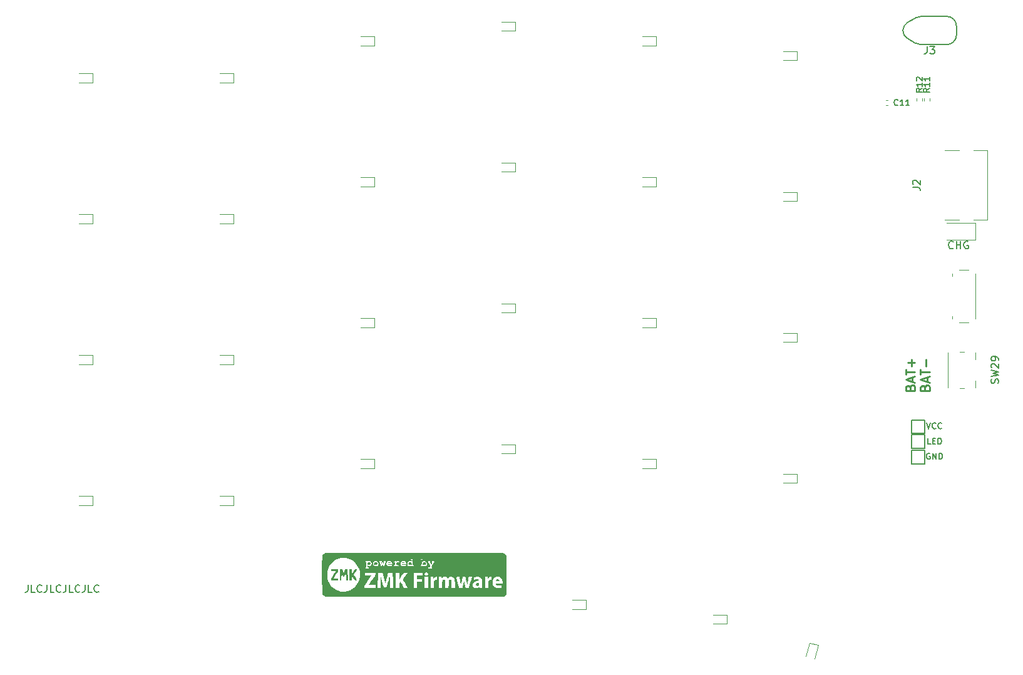
<source format=gbr>
%TF.GenerationSoftware,KiCad,Pcbnew,(6.0.4)*%
%TF.CreationDate,2022-07-10T04:39:50-07:00*%
%TF.ProjectId,Conejo,436f6e65-6a6f-42e6-9b69-6361645f7063,v1.0.0*%
%TF.SameCoordinates,Original*%
%TF.FileFunction,Legend,Top*%
%TF.FilePolarity,Positive*%
%FSLAX46Y46*%
G04 Gerber Fmt 4.6, Leading zero omitted, Abs format (unit mm)*
G04 Created by KiCad (PCBNEW (6.0.4)) date 2022-07-10 04:39:50*
%MOMM*%
%LPD*%
G01*
G04 APERTURE LIST*
%ADD10C,0.200000*%
%ADD11C,0.150000*%
%ADD12C,0.250000*%
%ADD13C,0.120000*%
G04 APERTURE END LIST*
D10*
X-7621190Y-66527380D02*
X-7621190Y-67241666D01*
X-7668809Y-67384523D01*
X-7764047Y-67479761D01*
X-7906904Y-67527380D01*
X-8002142Y-67527380D01*
X-6668809Y-67527380D02*
X-7145000Y-67527380D01*
X-7145000Y-66527380D01*
X-5764047Y-67432142D02*
X-5811666Y-67479761D01*
X-5954523Y-67527380D01*
X-6049761Y-67527380D01*
X-6192619Y-67479761D01*
X-6287857Y-67384523D01*
X-6335476Y-67289285D01*
X-6383095Y-67098809D01*
X-6383095Y-66955952D01*
X-6335476Y-66765476D01*
X-6287857Y-66670238D01*
X-6192619Y-66575000D01*
X-6049761Y-66527380D01*
X-5954523Y-66527380D01*
X-5811666Y-66575000D01*
X-5764047Y-66622619D01*
X-5049761Y-66527380D02*
X-5049761Y-67241666D01*
X-5097380Y-67384523D01*
X-5192619Y-67479761D01*
X-5335476Y-67527380D01*
X-5430714Y-67527380D01*
X-4097380Y-67527380D02*
X-4573571Y-67527380D01*
X-4573571Y-66527380D01*
X-3192619Y-67432142D02*
X-3240238Y-67479761D01*
X-3383095Y-67527380D01*
X-3478333Y-67527380D01*
X-3621190Y-67479761D01*
X-3716428Y-67384523D01*
X-3764047Y-67289285D01*
X-3811666Y-67098809D01*
X-3811666Y-66955952D01*
X-3764047Y-66765476D01*
X-3716428Y-66670238D01*
X-3621190Y-66575000D01*
X-3478333Y-66527380D01*
X-3383095Y-66527380D01*
X-3240238Y-66575000D01*
X-3192619Y-66622619D01*
X-2478333Y-66527380D02*
X-2478333Y-67241666D01*
X-2525952Y-67384523D01*
X-2621190Y-67479761D01*
X-2764047Y-67527380D01*
X-2859285Y-67527380D01*
X-1525952Y-67527380D02*
X-2002142Y-67527380D01*
X-2002142Y-66527380D01*
X-621190Y-67432142D02*
X-668809Y-67479761D01*
X-811666Y-67527380D01*
X-906904Y-67527380D01*
X-1049761Y-67479761D01*
X-1145000Y-67384523D01*
X-1192619Y-67289285D01*
X-1240238Y-67098809D01*
X-1240238Y-66955952D01*
X-1192619Y-66765476D01*
X-1145000Y-66670238D01*
X-1049761Y-66575000D01*
X-906904Y-66527380D01*
X-811666Y-66527380D01*
X-668809Y-66575000D01*
X-621190Y-66622619D01*
X93095Y-66527380D02*
X93095Y-67241666D01*
X45476Y-67384523D01*
X-49761Y-67479761D01*
X-192619Y-67527380D01*
X-287857Y-67527380D01*
X1045476Y-67527380D02*
X569285Y-67527380D01*
X569285Y-66527380D01*
X1950238Y-67432142D02*
X1902619Y-67479761D01*
X1759761Y-67527380D01*
X1664523Y-67527380D01*
X1521666Y-67479761D01*
X1426428Y-67384523D01*
X1378809Y-67289285D01*
X1331190Y-67098809D01*
X1331190Y-66955952D01*
X1378809Y-66765476D01*
X1426428Y-66670238D01*
X1521666Y-66575000D01*
X1664523Y-66527380D01*
X1759761Y-66527380D01*
X1902619Y-66575000D01*
X1950238Y-66622619D01*
D11*
%TO.C,R12*%
X113311904Y585714D02*
X112930952Y319047D01*
X113311904Y128571D02*
X112511904Y128571D01*
X112511904Y433333D01*
X112550000Y509523D01*
X112588095Y547619D01*
X112664285Y585714D01*
X112778571Y585714D01*
X112854761Y547619D01*
X112892857Y509523D01*
X112930952Y433333D01*
X112930952Y128571D01*
X113311904Y1347619D02*
X113311904Y890476D01*
X113311904Y1119047D02*
X112511904Y1119047D01*
X112626190Y1042857D01*
X112702380Y966666D01*
X112740476Y890476D01*
X112588095Y1652380D02*
X112550000Y1690476D01*
X112511904Y1766666D01*
X112511904Y1957142D01*
X112550000Y2033333D01*
X112588095Y2071428D01*
X112664285Y2109523D01*
X112740476Y2109523D01*
X112854761Y2071428D01*
X113311904Y1614285D01*
X113311904Y2109523D01*
%TO.C,SW29*%
X123579761Y-39284523D02*
X123627380Y-39141666D01*
X123627380Y-38903571D01*
X123579761Y-38808333D01*
X123532142Y-38760714D01*
X123436904Y-38713095D01*
X123341666Y-38713095D01*
X123246428Y-38760714D01*
X123198809Y-38808333D01*
X123151190Y-38903571D01*
X123103571Y-39094047D01*
X123055952Y-39189285D01*
X123008333Y-39236904D01*
X122913095Y-39284523D01*
X122817857Y-39284523D01*
X122722619Y-39236904D01*
X122675000Y-39189285D01*
X122627380Y-39094047D01*
X122627380Y-38855952D01*
X122675000Y-38713095D01*
X122627380Y-38379761D02*
X123627380Y-38141666D01*
X122913095Y-37951190D01*
X123627380Y-37760714D01*
X122627380Y-37522619D01*
X122722619Y-37189285D02*
X122675000Y-37141666D01*
X122627380Y-37046428D01*
X122627380Y-36808333D01*
X122675000Y-36713095D01*
X122722619Y-36665476D01*
X122817857Y-36617857D01*
X122913095Y-36617857D01*
X123055952Y-36665476D01*
X123627380Y-37236904D01*
X123627380Y-36617857D01*
X123627380Y-36141666D02*
X123627380Y-35951190D01*
X123579761Y-35855952D01*
X123532142Y-35808333D01*
X123389285Y-35713095D01*
X123198809Y-35665476D01*
X122817857Y-35665476D01*
X122722619Y-35713095D01*
X122675000Y-35760714D01*
X122627380Y-35855952D01*
X122627380Y-36046428D01*
X122675000Y-36141666D01*
X122722619Y-36189285D01*
X122817857Y-36236904D01*
X123055952Y-36236904D01*
X123151190Y-36189285D01*
X123198809Y-36141666D01*
X123246428Y-36046428D01*
X123246428Y-35855952D01*
X123198809Y-35760714D01*
X123151190Y-35713095D01*
X123055952Y-35665476D01*
%TO.C,C11*%
X110040714Y-1635714D02*
X110002619Y-1673809D01*
X109888333Y-1711904D01*
X109812142Y-1711904D01*
X109697857Y-1673809D01*
X109621666Y-1597619D01*
X109583571Y-1521428D01*
X109545476Y-1369047D01*
X109545476Y-1254761D01*
X109583571Y-1102380D01*
X109621666Y-1026190D01*
X109697857Y-950000D01*
X109812142Y-911904D01*
X109888333Y-911904D01*
X110002619Y-950000D01*
X110040714Y-988095D01*
X110802619Y-1711904D02*
X110345476Y-1711904D01*
X110574047Y-1711904D02*
X110574047Y-911904D01*
X110497857Y-1026190D01*
X110421666Y-1102380D01*
X110345476Y-1140476D01*
X111564523Y-1711904D02*
X111107380Y-1711904D01*
X111335952Y-1711904D02*
X111335952Y-911904D01*
X111259761Y-1026190D01*
X111183571Y-1102380D01*
X111107380Y-1140476D01*
%TO.C,R11*%
X114311904Y585714D02*
X113930952Y319047D01*
X114311904Y128571D02*
X113511904Y128571D01*
X113511904Y433333D01*
X113550000Y509523D01*
X113588095Y547619D01*
X113664285Y585714D01*
X113778571Y585714D01*
X113854761Y547619D01*
X113892857Y509523D01*
X113930952Y433333D01*
X113930952Y128571D01*
X114311904Y1347619D02*
X114311904Y890476D01*
X114311904Y1119047D02*
X113511904Y1119047D01*
X113626190Y1042857D01*
X113702380Y966666D01*
X113740476Y890476D01*
X114311904Y2109523D02*
X114311904Y1652380D01*
X114311904Y1880952D02*
X113511904Y1880952D01*
X113626190Y1804761D01*
X113702380Y1728571D01*
X113740476Y1652380D01*
%TO.C,J2*%
X112032380Y-12808333D02*
X112746666Y-12808333D01*
X112889523Y-12855952D01*
X112984761Y-12951190D01*
X113032380Y-13094047D01*
X113032380Y-13189285D01*
X112127619Y-12379761D02*
X112080000Y-12332142D01*
X112032380Y-12236904D01*
X112032380Y-11998809D01*
X112080000Y-11903571D01*
X112127619Y-11855952D01*
X112222857Y-11808333D01*
X112318095Y-11808333D01*
X112460952Y-11855952D01*
X113032380Y-12427380D01*
X113032380Y-11808333D01*
%TO.C,D1*%
X117510714Y-20982142D02*
X117463095Y-21029761D01*
X117320238Y-21077380D01*
X117225000Y-21077380D01*
X117082142Y-21029761D01*
X116986904Y-20934523D01*
X116939285Y-20839285D01*
X116891666Y-20648809D01*
X116891666Y-20505952D01*
X116939285Y-20315476D01*
X116986904Y-20220238D01*
X117082142Y-20125000D01*
X117225000Y-20077380D01*
X117320238Y-20077380D01*
X117463095Y-20125000D01*
X117510714Y-20172619D01*
X117939285Y-21077380D02*
X117939285Y-20077380D01*
X117939285Y-20553571D02*
X118510714Y-20553571D01*
X118510714Y-21077380D02*
X118510714Y-20077380D01*
X119510714Y-20125000D02*
X119415476Y-20077380D01*
X119272619Y-20077380D01*
X119129761Y-20125000D01*
X119034523Y-20220238D01*
X118986904Y-20315476D01*
X118939285Y-20505952D01*
X118939285Y-20648809D01*
X118986904Y-20839285D01*
X119034523Y-20934523D01*
X119129761Y-21029761D01*
X119272619Y-21077380D01*
X119367857Y-21077380D01*
X119510714Y-21029761D01*
X119558333Y-20982142D01*
X119558333Y-20648809D01*
X119367857Y-20648809D01*
%TO.C,J3*%
X113991666Y6272619D02*
X113991666Y5558333D01*
X113944047Y5415476D01*
X113848809Y5320238D01*
X113705952Y5272619D01*
X113610714Y5272619D01*
X114372619Y6272619D02*
X114991666Y6272619D01*
X114658333Y5891666D01*
X114801190Y5891666D01*
X114896428Y5844047D01*
X114944047Y5796428D01*
X114991666Y5701190D01*
X114991666Y5463095D01*
X114944047Y5367857D01*
X114896428Y5320238D01*
X114801190Y5272619D01*
X114515476Y5272619D01*
X114420238Y5320238D01*
X114372619Y5367857D01*
%TO.C,J4*%
X114460714Y-47511904D02*
X114079761Y-47511904D01*
X114079761Y-46711904D01*
X114727380Y-47092857D02*
X114994047Y-47092857D01*
X115108333Y-47511904D02*
X114727380Y-47511904D01*
X114727380Y-46711904D01*
X115108333Y-46711904D01*
X115451190Y-47511904D02*
X115451190Y-46711904D01*
X115641666Y-46711904D01*
X115755952Y-46750000D01*
X115832142Y-46826190D01*
X115870238Y-46902380D01*
X115908333Y-47054761D01*
X115908333Y-47169047D01*
X115870238Y-47321428D01*
X115832142Y-47397619D01*
X115755952Y-47473809D01*
X115641666Y-47511904D01*
X115451190Y-47511904D01*
X113908333Y-44611904D02*
X114175000Y-45411904D01*
X114441666Y-44611904D01*
X115165476Y-45335714D02*
X115127380Y-45373809D01*
X115013095Y-45411904D01*
X114936904Y-45411904D01*
X114822619Y-45373809D01*
X114746428Y-45297619D01*
X114708333Y-45221428D01*
X114670238Y-45069047D01*
X114670238Y-44954761D01*
X114708333Y-44802380D01*
X114746428Y-44726190D01*
X114822619Y-44650000D01*
X114936904Y-44611904D01*
X115013095Y-44611904D01*
X115127380Y-44650000D01*
X115165476Y-44688095D01*
X115965476Y-45335714D02*
X115927380Y-45373809D01*
X115813095Y-45411904D01*
X115736904Y-45411904D01*
X115622619Y-45373809D01*
X115546428Y-45297619D01*
X115508333Y-45221428D01*
X115470238Y-45069047D01*
X115470238Y-44954761D01*
X115508333Y-44802380D01*
X115546428Y-44726190D01*
X115622619Y-44650000D01*
X115736904Y-44611904D01*
X115813095Y-44611904D01*
X115927380Y-44650000D01*
X115965476Y-44688095D01*
X114365476Y-48750000D02*
X114289285Y-48711904D01*
X114175000Y-48711904D01*
X114060714Y-48750000D01*
X113984523Y-48826190D01*
X113946428Y-48902380D01*
X113908333Y-49054761D01*
X113908333Y-49169047D01*
X113946428Y-49321428D01*
X113984523Y-49397619D01*
X114060714Y-49473809D01*
X114175000Y-49511904D01*
X114251190Y-49511904D01*
X114365476Y-49473809D01*
X114403571Y-49435714D01*
X114403571Y-49169047D01*
X114251190Y-49169047D01*
X114746428Y-49511904D02*
X114746428Y-48711904D01*
X115203571Y-49511904D01*
X115203571Y-48711904D01*
X115584523Y-49511904D02*
X115584523Y-48711904D01*
X115775000Y-48711904D01*
X115889285Y-48750000D01*
X115965476Y-48826190D01*
X116003571Y-48902380D01*
X116041666Y-49054761D01*
X116041666Y-49169047D01*
X116003571Y-49321428D01*
X115965476Y-49397619D01*
X115889285Y-49473809D01*
X115775000Y-49511904D01*
X115584523Y-49511904D01*
D12*
%TO.C,J1*%
X111685714Y-39846428D02*
X111745238Y-39667857D01*
X111804761Y-39608333D01*
X111923809Y-39548809D01*
X112102380Y-39548809D01*
X112221428Y-39608333D01*
X112280952Y-39667857D01*
X112340476Y-39786904D01*
X112340476Y-40263095D01*
X111090476Y-40263095D01*
X111090476Y-39846428D01*
X111150000Y-39727380D01*
X111209523Y-39667857D01*
X111328571Y-39608333D01*
X111447619Y-39608333D01*
X111566666Y-39667857D01*
X111626190Y-39727380D01*
X111685714Y-39846428D01*
X111685714Y-40263095D01*
X111983333Y-39072619D02*
X111983333Y-38477380D01*
X112340476Y-39191666D02*
X111090476Y-38775000D01*
X112340476Y-38358333D01*
X111090476Y-38120238D02*
X111090476Y-37405952D01*
X112340476Y-37763095D02*
X111090476Y-37763095D01*
X111864285Y-36989285D02*
X111864285Y-36036904D01*
X112340476Y-36513095D02*
X111388095Y-36513095D01*
X113685714Y-39846428D02*
X113745238Y-39667857D01*
X113804761Y-39608333D01*
X113923809Y-39548809D01*
X114102380Y-39548809D01*
X114221428Y-39608333D01*
X114280952Y-39667857D01*
X114340476Y-39786904D01*
X114340476Y-40263095D01*
X113090476Y-40263095D01*
X113090476Y-39846428D01*
X113150000Y-39727380D01*
X113209523Y-39667857D01*
X113328571Y-39608333D01*
X113447619Y-39608333D01*
X113566666Y-39667857D01*
X113626190Y-39727380D01*
X113685714Y-39846428D01*
X113685714Y-40263095D01*
X113983333Y-39072619D02*
X113983333Y-38477380D01*
X114340476Y-39191666D02*
X113090476Y-38775000D01*
X114340476Y-38358333D01*
X113090476Y-38120238D02*
X113090476Y-37405952D01*
X114340476Y-37763095D02*
X113090476Y-37763095D01*
X113864285Y-36989285D02*
X113864285Y-36036904D01*
D13*
%TO.C,D21*%
X75500000Y-11450000D02*
X77350000Y-11450000D01*
X75500000Y-12650000D02*
X77350000Y-12650000D01*
X77350000Y-12650000D02*
X77350000Y-11450000D01*
%TO.C,D8*%
X18350000Y-16450001D02*
X20200000Y-16450001D01*
X18350000Y-17650001D02*
X20200000Y-17650001D01*
X20200000Y-17650001D02*
X20200000Y-16450001D01*
%TO.C,D4*%
X-700000Y-16450000D02*
X1150000Y-16450000D01*
X-700000Y-17650000D02*
X1150000Y-17650000D01*
X1150000Y-17650000D02*
X1150000Y-16450000D01*
%TO.C,SW1*%
X119600000Y-23925000D02*
X118300000Y-23925000D01*
X120500000Y-24425000D02*
X120500000Y-30525000D01*
X117400000Y-30525000D02*
X117400000Y-30175000D01*
X117400000Y-24775000D02*
X117400000Y-24425000D01*
X118300000Y-31025000D02*
X119600000Y-31025000D01*
%TO.C,R12*%
X112570000Y-1053641D02*
X112570000Y-746359D01*
X113330000Y-1053641D02*
X113330000Y-746359D01*
%TO.C,D17*%
X56450000Y-28500000D02*
X58300000Y-28500000D01*
X56450000Y-29700000D02*
X58300000Y-29700000D01*
X58300000Y-29700000D02*
X58300000Y-28500000D01*
%TO.C,D28*%
X94550000Y-51550000D02*
X96400000Y-51550000D01*
X94550000Y-52750000D02*
X96400000Y-52750000D01*
X96400000Y-52750000D02*
X96400000Y-51550000D01*
%TO.C,D6*%
X-700000Y-54550000D02*
X1150000Y-54550000D01*
X-700000Y-55750000D02*
X1150000Y-55750000D01*
X1150000Y-55750000D02*
X1150000Y-54550000D01*
%TO.C,D5*%
X-699999Y-35500000D02*
X1150001Y-35500000D01*
X-699999Y-36700000D02*
X1150001Y-36700000D01*
X1150001Y-36700000D02*
X1150001Y-35500000D01*
%TO.C,D9*%
X18350000Y-35500001D02*
X20200000Y-35500001D01*
X18350000Y-36700001D02*
X20200000Y-36700001D01*
X20200000Y-36700001D02*
X20200000Y-35500001D01*
%TO.C,D16*%
X56450000Y-9450000D02*
X58300000Y-9450000D01*
X56450000Y-10650000D02*
X58300000Y-10650000D01*
X58300000Y-10650000D02*
X58300000Y-9450000D01*
%TO.C,D18*%
X56450000Y-47550000D02*
X58300000Y-47550000D01*
X56450000Y-48750000D02*
X58300000Y-48750000D01*
X58300000Y-48750000D02*
X58300000Y-47550000D01*
%TO.C,D19*%
X65975000Y-68600000D02*
X67825000Y-68600000D01*
X65975000Y-69800000D02*
X67825000Y-69800000D01*
X67825000Y-69800000D02*
X67825000Y-68600000D01*
%TO.C,D20*%
X75500000Y7600000D02*
X77350000Y7600000D01*
X75500000Y6400000D02*
X77350000Y6400000D01*
X77350000Y6400000D02*
X77350000Y7600000D01*
%TO.C,SW29*%
X120525000Y-36050000D02*
X120525000Y-35125000D01*
X116825000Y-39825000D02*
X116825000Y-35125000D01*
X120525000Y-39825000D02*
X120525000Y-38900000D01*
X118400000Y-39925000D02*
X118950000Y-39925000D01*
X118400000Y-35025000D02*
X118950000Y-35025000D01*
%TO.C,D15*%
X56450000Y9600000D02*
X58300000Y9600000D01*
X56450000Y8400000D02*
X58300000Y8400000D01*
X58300000Y8400000D02*
X58300000Y9600000D01*
%TO.C,D12*%
X37399999Y-11450000D02*
X39249999Y-11450000D01*
X37399999Y-12650000D02*
X39249999Y-12650000D01*
X39249999Y-12650000D02*
X39249999Y-11450000D01*
%TO.C,D22*%
X75500000Y-30500000D02*
X77350000Y-30500000D01*
X75500000Y-31700000D02*
X77350000Y-31700000D01*
X77350000Y-31700000D02*
X77350000Y-30500000D01*
%TO.C,D3*%
X-700000Y2600000D02*
X1150000Y2600000D01*
X-700000Y1400000D02*
X1150000Y1400000D01*
X1150000Y1400000D02*
X1150000Y2600000D01*
%TO.C,D23*%
X75500000Y-49550000D02*
X77350000Y-49550000D01*
X75500000Y-50750000D02*
X77350000Y-50750000D01*
X77350000Y-50750000D02*
X77350000Y-49550000D01*
%TO.C,G1*%
G36*
X34763772Y-64448084D02*
G01*
X34922521Y-64455212D01*
X35009163Y-64766133D01*
X35041942Y-64877834D01*
X35071364Y-64967151D01*
X35094663Y-65026479D01*
X35109079Y-65048207D01*
X35111047Y-65046729D01*
X35123369Y-65012476D01*
X35145691Y-64941551D01*
X35174853Y-64844273D01*
X35207697Y-64730962D01*
X35208055Y-64729707D01*
X35289821Y-64443012D01*
X35594231Y-64443012D01*
X35607325Y-64571110D01*
X35613096Y-64643094D01*
X35619738Y-64750611D01*
X35626517Y-64880420D01*
X35632698Y-65019279D01*
X35634032Y-65053002D01*
X35640442Y-65209433D01*
X35647950Y-65376824D01*
X35655639Y-65535543D01*
X35662594Y-65665959D01*
X35662859Y-65670575D01*
X35678074Y-65934353D01*
X35558610Y-65926771D01*
X35439145Y-65919189D01*
X35424208Y-65418996D01*
X35419398Y-65262891D01*
X35414695Y-65119297D01*
X35410407Y-64996901D01*
X35406840Y-64904388D01*
X35404299Y-64850444D01*
X35403982Y-64845605D01*
X35399469Y-64796469D01*
X35392595Y-64793316D01*
X35377543Y-64833406D01*
X35362186Y-64880094D01*
X35336117Y-64961803D01*
X35303014Y-65066924D01*
X35267407Y-65181100D01*
X35178422Y-65467796D01*
X35089187Y-65467683D01*
X34999952Y-65467571D01*
X34795996Y-64772407D01*
X34794276Y-64982024D01*
X34792509Y-65085449D01*
X34788877Y-65221559D01*
X34783872Y-65374296D01*
X34777984Y-65527601D01*
X34776546Y-65561515D01*
X34760536Y-65931388D01*
X34540930Y-65931388D01*
X34557449Y-65510495D01*
X34564348Y-65339410D01*
X34572111Y-65154500D01*
X34579946Y-64974200D01*
X34587060Y-64816951D01*
X34589495Y-64765279D01*
X34605022Y-64440957D01*
X34763772Y-64448084D01*
G37*
G36*
X39535468Y-63479369D02*
G01*
X39576757Y-63513949D01*
X39635975Y-63597419D01*
X39646903Y-63679443D01*
X39609572Y-63757573D01*
X39573008Y-63794253D01*
X39476221Y-63847197D01*
X39372320Y-63855157D01*
X39272284Y-63817933D01*
X39247518Y-63800235D01*
X39187903Y-63727616D01*
X39174621Y-63646680D01*
X39207525Y-63563971D01*
X39254003Y-63512008D01*
X39348298Y-63453573D01*
X39443788Y-63442704D01*
X39535468Y-63479369D01*
G37*
G36*
X43243052Y-63464366D02*
G01*
X43300560Y-63502856D01*
X43369020Y-63563083D01*
X43155523Y-63563855D01*
X43059748Y-63561766D01*
X42986393Y-63555510D01*
X42946320Y-63546217D01*
X42942027Y-63541610D01*
X42963729Y-63504342D01*
X43018432Y-63470473D01*
X43090535Y-63447754D01*
X43141292Y-63442628D01*
X43243052Y-63464366D01*
G37*
G36*
X36171133Y-65082310D02*
G01*
X36577379Y-64443012D01*
X36735590Y-64443012D01*
X36822938Y-64445361D01*
X36868312Y-64453369D01*
X36878357Y-64468478D01*
X36876139Y-64473511D01*
X36856894Y-64503377D01*
X36815301Y-64565911D01*
X36756494Y-64653457D01*
X36685609Y-64758357D01*
X36640736Y-64824500D01*
X36422997Y-65144989D01*
X36660056Y-65507689D01*
X36737547Y-65626959D01*
X36805822Y-65733385D01*
X36860305Y-65819728D01*
X36896422Y-65878748D01*
X36909283Y-65902073D01*
X36904823Y-65918897D01*
X36869954Y-65927158D01*
X36797214Y-65928026D01*
X36753689Y-65926473D01*
X36585927Y-65919189D01*
X36378530Y-65573026D01*
X36171133Y-65226864D01*
X36158933Y-65573026D01*
X36146734Y-65919189D01*
X36023798Y-65926384D01*
X35949858Y-65927341D01*
X35897291Y-65921814D01*
X35883501Y-65916218D01*
X35879128Y-65888321D01*
X35875160Y-65817798D01*
X35871739Y-65710821D01*
X35869010Y-65573562D01*
X35867116Y-65412193D01*
X35866201Y-65232887D01*
X35866138Y-65170934D01*
X35866138Y-64443012D01*
X36157517Y-64443012D01*
X36171133Y-65082310D01*
G37*
G36*
X46098919Y-63459737D02*
G01*
X46115328Y-63467750D01*
X46166771Y-63515613D01*
X46210654Y-63589508D01*
X46234555Y-63666909D01*
X46235975Y-63686521D01*
X46213608Y-63758396D01*
X46153786Y-63815790D01*
X46067430Y-63850651D01*
X46004178Y-63857421D01*
X45918401Y-63849336D01*
X45857609Y-63820000D01*
X45832272Y-63797531D01*
X45784263Y-63722188D01*
X45776499Y-63642423D01*
X45802054Y-63566307D01*
X45854001Y-63501909D01*
X45925412Y-63457301D01*
X46009360Y-63440554D01*
X46098919Y-63459737D01*
G37*
G36*
X32160845Y-64436743D02*
G01*
X32160133Y-64108398D01*
X32159926Y-63820259D01*
X32160411Y-63569461D01*
X32161774Y-63353140D01*
X32164201Y-63168432D01*
X32167880Y-63012473D01*
X32172996Y-62882397D01*
X32179736Y-62775341D01*
X32188286Y-62688439D01*
X32198832Y-62618829D01*
X32211561Y-62563644D01*
X32226659Y-62520022D01*
X32244313Y-62485096D01*
X32264708Y-62456004D01*
X32288032Y-62429880D01*
X32314470Y-62403860D01*
X32344209Y-62375080D01*
X32348789Y-62370525D01*
X32463986Y-62275597D01*
X32581247Y-62215300D01*
X32583495Y-62214526D01*
X32594898Y-62211411D01*
X32611190Y-62208459D01*
X32633647Y-62205664D01*
X32663543Y-62203023D01*
X32702155Y-62200531D01*
X32750758Y-62198184D01*
X32810628Y-62195978D01*
X32883041Y-62193908D01*
X32969273Y-62191971D01*
X33070598Y-62190161D01*
X33188294Y-62188474D01*
X33323634Y-62186907D01*
X33477896Y-62185455D01*
X33652355Y-62184113D01*
X33848286Y-62182878D01*
X34066965Y-62181744D01*
X34309668Y-62180708D01*
X34577671Y-62179766D01*
X34872249Y-62178912D01*
X35194678Y-62178144D01*
X35546233Y-62177455D01*
X35928191Y-62176843D01*
X36341827Y-62176302D01*
X36788416Y-62175829D01*
X37269235Y-62175420D01*
X37785558Y-62175069D01*
X38338663Y-62174772D01*
X38929824Y-62174526D01*
X39560316Y-62174326D01*
X40231417Y-62174167D01*
X40944401Y-62174046D01*
X41700544Y-62173958D01*
X42501122Y-62173899D01*
X43347411Y-62173864D01*
X44240686Y-62173849D01*
X44631342Y-62173848D01*
X45648295Y-62173889D01*
X46616925Y-62174013D01*
X47537706Y-62174221D01*
X48411113Y-62174514D01*
X49237621Y-62174893D01*
X50017706Y-62175359D01*
X50751843Y-62175913D01*
X51440507Y-62176557D01*
X52084173Y-62177290D01*
X52683317Y-62178115D01*
X53238412Y-62179031D01*
X53749936Y-62180041D01*
X54218362Y-62181145D01*
X54644166Y-62182344D01*
X55027823Y-62183640D01*
X55369809Y-62185032D01*
X55670597Y-62186523D01*
X55930665Y-62188113D01*
X56150486Y-62189804D01*
X56330536Y-62191596D01*
X56471290Y-62193490D01*
X56573223Y-62195487D01*
X56636811Y-62197589D01*
X56662106Y-62199677D01*
X56799829Y-62257166D01*
X56927466Y-62352652D01*
X57031712Y-62475437D01*
X57057204Y-62517380D01*
X57130403Y-62649640D01*
X57130403Y-67700360D01*
X57076446Y-67801240D01*
X56969127Y-67952209D01*
X56827988Y-68073799D01*
X56767690Y-68109996D01*
X56666811Y-68163953D01*
X44698799Y-68167618D01*
X43936409Y-68167815D01*
X43186066Y-68167938D01*
X42449257Y-68167988D01*
X41727470Y-68167966D01*
X41022191Y-68167876D01*
X40334906Y-68167718D01*
X39667105Y-68167494D01*
X39020272Y-68167206D01*
X38395896Y-68166856D01*
X37795463Y-68166445D01*
X37220461Y-68165975D01*
X36672376Y-68165449D01*
X36152695Y-68164867D01*
X35662905Y-68164232D01*
X35204494Y-68163544D01*
X34778949Y-68162807D01*
X34387756Y-68162022D01*
X34032402Y-68161190D01*
X33714375Y-68160313D01*
X33435161Y-68159394D01*
X33196248Y-68158433D01*
X32999122Y-68157433D01*
X32845271Y-68156395D01*
X32736181Y-68155321D01*
X32673341Y-68154213D01*
X32657589Y-68153400D01*
X32502300Y-68091159D01*
X32364261Y-67987635D01*
X32251698Y-67849500D01*
X32223553Y-67801240D01*
X32169596Y-67700360D01*
X32163041Y-65225509D01*
X32162664Y-65090383D01*
X32850219Y-65090383D01*
X32861112Y-65408203D01*
X32913970Y-65721110D01*
X33008259Y-66024461D01*
X33143445Y-66313615D01*
X33318995Y-66583932D01*
X33534372Y-66830770D01*
X33584236Y-66878838D01*
X33806974Y-67057724D01*
X34062511Y-67211971D01*
X34338502Y-67335464D01*
X34622601Y-67422092D01*
X34723424Y-67442887D01*
X34852102Y-67456637D01*
X35012086Y-67459904D01*
X35187220Y-67453552D01*
X35361350Y-67438442D01*
X35518318Y-67415436D01*
X35606865Y-67395760D01*
X35910798Y-67289722D01*
X36193191Y-67141871D01*
X36450749Y-66955656D01*
X36596035Y-66815624D01*
X37842507Y-66815624D01*
X37845897Y-66884819D01*
X37854427Y-66931618D01*
X37858773Y-66939906D01*
X37886334Y-66943937D01*
X37956639Y-66947604D01*
X38063636Y-66950779D01*
X38201272Y-66953335D01*
X38363491Y-66955142D01*
X38544241Y-66956073D01*
X38627361Y-66956172D01*
X39379683Y-66956172D01*
X39379683Y-66931773D01*
X39619390Y-66931773D01*
X40038472Y-66931773D01*
X40039002Y-66828074D01*
X40040528Y-66775353D01*
X40044538Y-66681883D01*
X40050636Y-66555631D01*
X40058427Y-66404562D01*
X40067515Y-66236642D01*
X40075072Y-66102186D01*
X40084850Y-65930568D01*
X40093769Y-65773226D01*
X40101427Y-65637303D01*
X40107423Y-65529946D01*
X40111356Y-65458298D01*
X40112760Y-65431196D01*
X40118556Y-65436162D01*
X40133130Y-65481936D01*
X40154601Y-65561703D01*
X40181086Y-65668650D01*
X40197015Y-65736191D01*
X40234111Y-65891764D01*
X40279254Y-66074563D01*
X40327468Y-66264788D01*
X40373778Y-66442636D01*
X40387082Y-66492579D01*
X40495041Y-66895173D01*
X40852192Y-66895173D01*
X40994999Y-66431580D01*
X41046202Y-66263860D01*
X41098972Y-66088386D01*
X41149073Y-65919425D01*
X41192269Y-65771242D01*
X41219238Y-65676421D01*
X41300669Y-65384854D01*
X41315608Y-65591022D01*
X41320713Y-65676990D01*
X41326574Y-65801267D01*
X41332774Y-65953378D01*
X41338895Y-66122846D01*
X41344520Y-66299196D01*
X41346404Y-66364482D01*
X41362260Y-66931773D01*
X41807583Y-66931773D01*
X41754332Y-65961888D01*
X41751768Y-65915122D01*
X42136839Y-65915122D01*
X42137221Y-66132376D01*
X42138309Y-66334347D01*
X42140023Y-66515842D01*
X42142280Y-66671672D01*
X42144997Y-66796645D01*
X42148092Y-66885571D01*
X42151482Y-66933259D01*
X42153106Y-66939906D01*
X42183319Y-66947186D01*
X42250203Y-66952782D01*
X42341636Y-66955846D01*
X42384902Y-66956172D01*
X42600432Y-66956172D01*
X42600432Y-66293160D01*
X42678078Y-66185040D01*
X42723562Y-66128905D01*
X42759397Y-66097578D01*
X42773718Y-66095653D01*
X42790636Y-66122215D01*
X42826641Y-66184563D01*
X42877696Y-66275508D01*
X42939765Y-66387865D01*
X43003565Y-66504779D01*
X43072826Y-66631596D01*
X43135399Y-66744640D01*
X43187082Y-66836440D01*
X43223673Y-66899525D01*
X43240307Y-66925673D01*
X43272390Y-66938116D01*
X43337861Y-66947604D01*
X43424448Y-66953918D01*
X43519881Y-66956838D01*
X43608180Y-66956172D01*
X46040778Y-66956172D01*
X46479971Y-66956172D01*
X46479971Y-65510495D01*
X46835508Y-65510495D01*
X46836115Y-65548619D01*
X46836954Y-65628689D01*
X46837968Y-65743854D01*
X46839102Y-65887261D01*
X46840297Y-66052058D01*
X46841498Y-66231394D01*
X46841608Y-66248583D01*
X46845965Y-66931773D01*
X47285158Y-66931773D01*
X47968348Y-66931773D01*
X48407541Y-66931773D01*
X48407541Y-66466968D01*
X48408716Y-66281788D01*
X48413057Y-66138968D01*
X48421784Y-66032107D01*
X48436118Y-65954807D01*
X48457281Y-65900665D01*
X48486492Y-65863282D01*
X48524973Y-65836258D01*
X48528187Y-65834513D01*
X48612903Y-65810579D01*
X48698389Y-65820391D01*
X48763653Y-65860692D01*
X48779371Y-65881927D01*
X48791323Y-65910818D01*
X48800161Y-65954134D01*
X48806535Y-66018648D01*
X48811096Y-66111130D01*
X48814496Y-66238350D01*
X48817385Y-66407081D01*
X48817604Y-66421883D01*
X48825073Y-66931773D01*
X49258736Y-66931773D01*
X49266232Y-66433488D01*
X49268937Y-66265467D01*
X49271855Y-66139199D01*
X49275825Y-66047640D01*
X49281681Y-65983749D01*
X49290260Y-65940481D01*
X49302399Y-65910794D01*
X49318934Y-65887645D01*
X49332879Y-65872297D01*
X49398767Y-65823843D01*
X49482937Y-65809399D01*
X49485736Y-65809390D01*
X49554166Y-65816528D01*
X49598472Y-65846750D01*
X49627789Y-65888689D01*
X49644589Y-65920162D01*
X49657009Y-65956575D01*
X49665700Y-66005427D01*
X49671316Y-66074218D01*
X49674508Y-66170446D01*
X49675929Y-66301612D01*
X49676229Y-66445814D01*
X49677052Y-66593817D01*
X49679291Y-66724848D01*
X49682690Y-66831186D01*
X49686995Y-66905111D01*
X49691949Y-66938902D01*
X49692587Y-66939906D01*
X49722964Y-66947383D01*
X49789581Y-66953047D01*
X49879886Y-66955968D01*
X49912184Y-66956172D01*
X50115514Y-66956172D01*
X50115514Y-66423809D01*
X50114273Y-66212648D01*
X50109764Y-66043685D01*
X50100802Y-65910366D01*
X50086203Y-65806133D01*
X50064784Y-65724433D01*
X50035363Y-65658708D01*
X49996754Y-65602403D01*
X49959772Y-65561087D01*
X49876231Y-65498295D01*
X50298094Y-65498295D01*
X50307032Y-65529147D01*
X50327016Y-65600614D01*
X50356262Y-65706230D01*
X50392983Y-65839528D01*
X50435394Y-65994043D01*
X50481676Y-66163185D01*
X50528920Y-66335659D01*
X50573147Y-66496297D01*
X50612378Y-66637975D01*
X50644634Y-66753564D01*
X50667933Y-66835940D01*
X50679948Y-66876873D01*
X50704889Y-66956172D01*
X51114535Y-66956172D01*
X51150042Y-66828074D01*
X51177620Y-66728835D01*
X51209272Y-66615284D01*
X51226516Y-66553579D01*
X51250845Y-66458844D01*
X51278704Y-66338622D01*
X51304924Y-66215443D01*
X51310470Y-66187584D01*
X51330744Y-66086066D01*
X51344388Y-66027558D01*
X51353845Y-66007120D01*
X51361560Y-66019816D01*
X51369976Y-66060706D01*
X51370848Y-66065586D01*
X51383522Y-66128353D01*
X51405066Y-66226615D01*
X51432711Y-66348480D01*
X51463685Y-66482051D01*
X51495221Y-66615436D01*
X51524547Y-66736738D01*
X51548894Y-66834065D01*
X51557149Y-66865606D01*
X51581874Y-66958037D01*
X51790377Y-66951005D01*
X51998881Y-66943972D01*
X52116569Y-66552566D01*
X52539349Y-66552566D01*
X52563863Y-66688432D01*
X52625147Y-66808619D01*
X52720974Y-66904377D01*
X52780504Y-66940046D01*
X52873714Y-66968163D01*
X52989903Y-66978941D01*
X53107699Y-66972328D01*
X53205733Y-66948273D01*
X53221576Y-66941118D01*
X53292868Y-66898548D01*
X53353926Y-66852065D01*
X53386628Y-66823063D01*
X53405978Y-66818477D01*
X53421439Y-66845298D01*
X53442474Y-66910518D01*
X53445295Y-66919573D01*
X53462845Y-66939022D01*
X53506411Y-66950472D01*
X53584854Y-66955532D01*
X53646592Y-66956176D01*
X53836455Y-66956180D01*
X53836119Y-66931773D01*
X54190250Y-66931773D01*
X54629443Y-66931773D01*
X54629481Y-66523079D01*
X54630291Y-66364707D01*
X54633167Y-66246841D01*
X54637081Y-66187584D01*
X55203931Y-66187584D01*
X55207831Y-66299400D01*
X55219125Y-66409409D01*
X55235427Y-66494866D01*
X55236573Y-66498925D01*
X55288710Y-66613671D01*
X55372475Y-66728857D01*
X55473833Y-66827707D01*
X55558794Y-66884078D01*
X55706562Y-66936878D01*
X55883590Y-66963160D01*
X56077811Y-66962355D01*
X56277159Y-66933895D01*
X56333440Y-66920585D01*
X56401748Y-66900742D01*
X56434917Y-66878639D01*
X56445239Y-66840550D01*
X56445428Y-66795557D01*
X56436903Y-66678313D01*
X56416897Y-66604830D01*
X56385993Y-66576712D01*
X56366894Y-66580049D01*
X56324452Y-66589677D01*
X56247273Y-66599189D01*
X56149400Y-66606993D01*
X56110540Y-66609139D01*
X55969175Y-66611075D01*
X55864308Y-66598950D01*
X55784859Y-66569559D01*
X55719748Y-66519695D01*
X55690332Y-66487543D01*
X55652845Y-66441163D01*
X55632080Y-66406226D01*
X55632693Y-66381112D01*
X55659344Y-66364200D01*
X55716692Y-66353871D01*
X55809393Y-66348505D01*
X55942108Y-66346483D01*
X56096859Y-66346182D01*
X56563891Y-66346182D01*
X56550157Y-66144885D01*
X56527889Y-65959673D01*
X56486923Y-65811216D01*
X56423685Y-65689875D01*
X56347671Y-65598765D01*
X56215254Y-65499117D01*
X56062863Y-65441441D01*
X55896637Y-65426479D01*
X55722714Y-65454978D01*
X55588248Y-65506602D01*
X55442502Y-65602889D01*
X55329385Y-65733402D01*
X55251125Y-65894196D01*
X55209948Y-66081325D01*
X55203931Y-66187584D01*
X54637081Y-66187584D01*
X54638823Y-66161205D01*
X54647974Y-66099525D01*
X54661336Y-66053526D01*
X54672180Y-66028987D01*
X54740478Y-65943562D01*
X54840572Y-65884345D01*
X54959236Y-65858718D01*
X54978087Y-65858227D01*
X55070536Y-65858189D01*
X55063486Y-65644693D01*
X55056436Y-65431196D01*
X54949605Y-65436127D01*
X54829602Y-65462729D01*
X54720817Y-65524879D01*
X54638850Y-65612758D01*
X54622037Y-65642234D01*
X54581755Y-65723992D01*
X54580866Y-65638593D01*
X54577191Y-65544178D01*
X54562109Y-65486447D01*
X54525923Y-65456406D01*
X54458932Y-65445060D01*
X54370401Y-65443396D01*
X54190250Y-65443396D01*
X54190250Y-66931773D01*
X53836119Y-66931773D01*
X53829649Y-66462084D01*
X53825677Y-66257899D01*
X53819348Y-66095454D01*
X53809640Y-65967711D01*
X53795534Y-65867628D01*
X53776008Y-65788165D01*
X53750043Y-65722283D01*
X53716617Y-65662942D01*
X53713007Y-65657375D01*
X53644741Y-65573505D01*
X53561926Y-65514803D01*
X53455849Y-65477909D01*
X53317794Y-65459464D01*
X53189865Y-65455717D01*
X52995028Y-65462993D01*
X52843739Y-65485398D01*
X52732973Y-65523493D01*
X52693281Y-65547539D01*
X52669377Y-65569901D01*
X52661475Y-65599498D01*
X52668765Y-65650676D01*
X52683942Y-65712735D01*
X52706114Y-65789019D01*
X52730979Y-65828413D01*
X52770659Y-65836170D01*
X52837276Y-65817545D01*
X52884870Y-65799831D01*
X52973019Y-65776154D01*
X53072819Y-65762715D01*
X53099578Y-65761662D01*
X53183693Y-65769120D01*
X53264287Y-65789596D01*
X53327444Y-65818018D01*
X53359243Y-65849313D01*
X53360663Y-65856820D01*
X53368684Y-65897549D01*
X53374324Y-65914199D01*
X53371348Y-65936140D01*
X53336970Y-65951742D01*
X53263171Y-65964268D01*
X53246226Y-65966314D01*
X53024432Y-66005811D01*
X52845294Y-66067577D01*
X52709137Y-66151459D01*
X52616286Y-66257302D01*
X52609551Y-66268812D01*
X52553835Y-66409775D01*
X52539349Y-66552566D01*
X52116569Y-66552566D01*
X52215307Y-66224184D01*
X52269091Y-66044440D01*
X52318058Y-65879128D01*
X52360485Y-65734200D01*
X52394647Y-65615609D01*
X52418819Y-65529308D01*
X52431279Y-65481249D01*
X52432605Y-65473896D01*
X52417489Y-65458049D01*
X52367369Y-65448302D01*
X52276731Y-65443868D01*
X52218612Y-65443396D01*
X52003746Y-65443396D01*
X51959403Y-65669092D01*
X51937017Y-65786068D01*
X51910060Y-65931502D01*
X51882137Y-66085746D01*
X51859832Y-66211984D01*
X51838769Y-66325365D01*
X51819483Y-66415319D01*
X51803804Y-66474276D01*
X51793563Y-66494667D01*
X51791969Y-66492579D01*
X51782749Y-66458093D01*
X51764690Y-66384137D01*
X51739718Y-66278840D01*
X51709762Y-66150329D01*
X51676747Y-66006732D01*
X51676257Y-66004587D01*
X51635875Y-65826424D01*
X51604448Y-65690093D01*
X51578929Y-65590125D01*
X51556269Y-65521053D01*
X51533418Y-65477408D01*
X51507330Y-65453722D01*
X51474955Y-65444527D01*
X51433245Y-65444355D01*
X51379152Y-65447737D01*
X51366173Y-65448377D01*
X51201297Y-65455596D01*
X51066866Y-65996051D01*
X50932436Y-66536506D01*
X50836525Y-66002151D01*
X50740615Y-65467796D01*
X50514229Y-65467796D01*
X50402860Y-65469514D01*
X50334084Y-65475245D01*
X50301797Y-65485849D01*
X50298094Y-65498295D01*
X49876231Y-65498295D01*
X49844719Y-65474610D01*
X49714303Y-65430828D01*
X49576141Y-65429389D01*
X49437850Y-65469936D01*
X49307045Y-65552117D01*
X49261501Y-65593574D01*
X49212624Y-65639937D01*
X49184978Y-65654484D01*
X49166432Y-65641009D01*
X49157440Y-65626131D01*
X49076769Y-65528069D01*
X48969080Y-65462590D01*
X48844193Y-65430276D01*
X48711931Y-65431707D01*
X48582114Y-65467465D01*
X48464564Y-65538129D01*
X48417457Y-65582363D01*
X48360880Y-65643411D01*
X48345573Y-65573903D01*
X48331175Y-65512518D01*
X48320870Y-65473896D01*
X48291556Y-65455228D01*
X48216807Y-65445296D01*
X48139911Y-65443396D01*
X47968348Y-65443396D01*
X47968348Y-66931773D01*
X47285158Y-66931773D01*
X47285196Y-66523079D01*
X47286007Y-66364707D01*
X47288883Y-66246841D01*
X47294539Y-66161205D01*
X47303690Y-66099525D01*
X47317051Y-66053526D01*
X47327896Y-66028987D01*
X47396193Y-65943562D01*
X47496287Y-65884345D01*
X47614951Y-65858718D01*
X47633803Y-65858227D01*
X47726251Y-65858189D01*
X47719201Y-65644693D01*
X47712152Y-65431196D01*
X47638953Y-65424288D01*
X47547583Y-65435803D01*
X47446916Y-65479500D01*
X47353405Y-65546104D01*
X47285158Y-65623727D01*
X47224159Y-65718658D01*
X47216812Y-65580023D01*
X47209464Y-65441388D01*
X47021615Y-65448492D01*
X46926910Y-65453029D01*
X46871010Y-65459976D01*
X46843925Y-65472660D01*
X46835671Y-65494408D01*
X46835508Y-65510495D01*
X46479971Y-65510495D01*
X46479971Y-65467796D01*
X46040778Y-65467796D01*
X46040778Y-66956172D01*
X43608180Y-66956172D01*
X43611892Y-66956144D01*
X43688210Y-66951616D01*
X43736565Y-66943035D01*
X43747214Y-66934748D01*
X43745854Y-66931773D01*
X44552401Y-66931773D01*
X44991594Y-66931773D01*
X44991594Y-66126585D01*
X45699183Y-66126585D01*
X45699183Y-65736191D01*
X44991594Y-65736191D01*
X44991594Y-65272599D01*
X45747982Y-65272599D01*
X45747982Y-65056967D01*
X46029687Y-65056967D01*
X46039013Y-65135328D01*
X46074148Y-65192138D01*
X46097592Y-65214189D01*
X46185212Y-65260511D01*
X46287785Y-65272411D01*
X46383671Y-65247483D01*
X46386042Y-65246235D01*
X46428489Y-65206430D01*
X46466753Y-65144214D01*
X46470164Y-65136437D01*
X46491362Y-65071233D01*
X46487348Y-65016649D01*
X46470164Y-64969567D01*
X46421376Y-64890591D01*
X46350734Y-64847267D01*
X46247907Y-64833434D01*
X46241832Y-64833406D01*
X46142763Y-64853976D01*
X46071958Y-64912173D01*
X46034420Y-65002724D01*
X46029687Y-65056967D01*
X45747982Y-65056967D01*
X45747982Y-64906604D01*
X44552401Y-64906604D01*
X44552401Y-66931773D01*
X43745854Y-66931773D01*
X43735286Y-66908649D01*
X43701747Y-66846567D01*
X43649964Y-66754440D01*
X43583306Y-66638208D01*
X43505141Y-66503807D01*
X43439337Y-66391856D01*
X43353080Y-66245318D01*
X43274176Y-66110439D01*
X43206337Y-65993631D01*
X43153274Y-65901304D01*
X43118700Y-65839871D01*
X43107287Y-65818257D01*
X43102338Y-65795972D01*
X43108550Y-65766105D01*
X43129250Y-65723198D01*
X43167763Y-65661790D01*
X43227415Y-65576420D01*
X43311533Y-65461628D01*
X43382242Y-65366864D01*
X43474076Y-65244343D01*
X43556856Y-65134005D01*
X43625783Y-65042236D01*
X43676059Y-64975424D01*
X43702886Y-64939957D01*
X43705080Y-64937104D01*
X43705742Y-64923584D01*
X43678798Y-64914573D01*
X43618203Y-64909354D01*
X43517907Y-64907213D01*
X43451306Y-64907072D01*
X43173823Y-64907539D01*
X42978626Y-65201828D01*
X42899045Y-65322604D01*
X42820293Y-65443506D01*
X42750673Y-65551703D01*
X42698485Y-65634366D01*
X42691931Y-65644977D01*
X42600432Y-65793837D01*
X42600432Y-64906604D01*
X42136839Y-64906604D01*
X42136839Y-65915122D01*
X41751768Y-65915122D01*
X41742594Y-65747816D01*
X41731666Y-65547990D01*
X41721846Y-65367887D01*
X41713432Y-65212985D01*
X41706720Y-65088760D01*
X41702008Y-65000689D01*
X41699594Y-64954251D01*
X41699364Y-64949304D01*
X41694035Y-64931130D01*
X41674448Y-64918944D01*
X41632598Y-64911581D01*
X41560481Y-64907874D01*
X41450095Y-64906658D01*
X41406207Y-64906604D01*
X41114767Y-64906604D01*
X41026600Y-65193300D01*
X40988699Y-65316458D01*
X40952558Y-65433737D01*
X40922518Y-65531062D01*
X40904338Y-65589794D01*
X40882124Y-65666372D01*
X40853911Y-65770581D01*
X40825039Y-65882589D01*
X40818960Y-65906989D01*
X40786612Y-66040502D01*
X40761798Y-66140829D01*
X40741929Y-66206281D01*
X40724419Y-66235167D01*
X40706681Y-66225796D01*
X40686126Y-66176479D01*
X40660167Y-66085526D01*
X40626218Y-65951246D01*
X40581690Y-65771948D01*
X40575701Y-65748078D01*
X40533318Y-65580458D01*
X40492352Y-65420309D01*
X40455108Y-65276504D01*
X40423893Y-65157914D01*
X40401012Y-65073412D01*
X40393472Y-65046902D01*
X40352205Y-64906604D01*
X39756348Y-64906604D01*
X39701183Y-65827690D01*
X39688340Y-66038725D01*
X39675847Y-66237609D01*
X39664113Y-66418315D01*
X39653545Y-66574812D01*
X39644550Y-66701073D01*
X39637537Y-66791069D01*
X39632913Y-66838770D01*
X39632704Y-66840274D01*
X39619390Y-66931773D01*
X39379683Y-66931773D01*
X39379683Y-66566832D01*
X38916104Y-66560205D01*
X38452526Y-66553579D01*
X38916088Y-65858189D01*
X39040359Y-65671572D01*
X39140173Y-65520753D01*
X39218207Y-65400974D01*
X39277141Y-65307476D01*
X39319654Y-65235501D01*
X39348424Y-65180289D01*
X39366132Y-65137081D01*
X39375455Y-65101119D01*
X39379074Y-65067644D01*
X39379667Y-65034702D01*
X39379683Y-64906604D01*
X37940105Y-64906604D01*
X37940105Y-65296998D01*
X38794673Y-65296998D01*
X38318590Y-66002303D01*
X38191187Y-66191423D01*
X38088661Y-66344841D01*
X38008338Y-66467131D01*
X37947539Y-66562865D01*
X37903587Y-66636617D01*
X37873806Y-66692959D01*
X37855519Y-66736465D01*
X37846049Y-66771708D01*
X37842719Y-66803261D01*
X37842507Y-66815624D01*
X36596035Y-66815624D01*
X36680179Y-66734523D01*
X36878187Y-66481920D01*
X37041478Y-66201293D01*
X37166761Y-65896091D01*
X37221531Y-65705825D01*
X37252207Y-65534876D01*
X37270360Y-65335195D01*
X37275466Y-65125353D01*
X37267000Y-64923920D01*
X37247977Y-64768755D01*
X37168505Y-64444360D01*
X37090236Y-64246296D01*
X38015906Y-64246296D01*
X38029032Y-64288923D01*
X38041403Y-64299417D01*
X38090034Y-64313901D01*
X38168139Y-64321120D01*
X38260623Y-64321593D01*
X38352389Y-64315841D01*
X38428342Y-64304383D01*
X38473385Y-64287739D01*
X38476897Y-64284414D01*
X38491538Y-64239212D01*
X38466092Y-64200383D01*
X38409178Y-64177334D01*
X38376311Y-64174616D01*
X38335056Y-64171794D01*
X38314279Y-64155028D01*
X38306967Y-64111873D01*
X38306100Y-64050007D01*
X38308093Y-63977448D01*
X38316718Y-63943712D01*
X38335942Y-63938896D01*
X38348799Y-63943394D01*
X38397672Y-63956028D01*
X38473052Y-63967595D01*
X38513496Y-63971763D01*
X38643159Y-63962047D01*
X38750966Y-63908740D01*
X38837549Y-63811517D01*
X38843023Y-63802745D01*
X38883572Y-63693141D01*
X38881346Y-63622184D01*
X39024721Y-63622184D01*
X39035018Y-63748172D01*
X39036874Y-63755312D01*
X39088476Y-63860435D01*
X39173918Y-63940807D01*
X39283148Y-63993005D01*
X39406114Y-64013604D01*
X39532763Y-63999183D01*
X39633119Y-63958367D01*
X39717657Y-63884747D01*
X39770184Y-63785501D01*
X39790162Y-63672298D01*
X39777055Y-63556804D01*
X39730325Y-63450688D01*
X39666029Y-63380166D01*
X39893956Y-63380166D01*
X39905392Y-63435598D01*
X39936387Y-63464626D01*
X39967055Y-63501276D01*
X39996775Y-63579809D01*
X40023740Y-63688632D01*
X40052307Y-63817027D01*
X40075551Y-63905012D01*
X40097208Y-63960131D01*
X40121013Y-63989926D01*
X40150700Y-64001940D01*
X40179810Y-64003819D01*
X40220394Y-63999231D01*
X40247908Y-63978051D01*
X40271490Y-63929156D01*
X40292330Y-63866858D01*
X40317952Y-63797895D01*
X40341081Y-63756543D01*
X40354577Y-63750960D01*
X40373648Y-63784724D01*
X40400976Y-63847272D01*
X40416773Y-63887921D01*
X40446570Y-63957998D01*
X40475186Y-63992600D01*
X40513845Y-64003443D01*
X40527758Y-64003819D01*
X40568160Y-63999421D01*
X40592822Y-63978289D01*
X40610536Y-63928517D01*
X40622376Y-63875721D01*
X40653927Y-63727162D01*
X40678553Y-63619060D01*
X40681863Y-63606615D01*
X40875009Y-63606615D01*
X40877345Y-63709526D01*
X40920038Y-63808190D01*
X40981461Y-63893322D01*
X41048518Y-63946597D01*
X41124255Y-63978444D01*
X41202788Y-63991424D01*
X41308180Y-63992966D01*
X41420240Y-63984376D01*
X41518780Y-63966962D01*
X41570321Y-63949552D01*
X41623336Y-63910094D01*
X41626290Y-63903761D01*
X41849271Y-63903761D01*
X41857297Y-63951419D01*
X41868701Y-63967530D01*
X41894193Y-63984379D01*
X41942644Y-63995340D01*
X42022093Y-64001370D01*
X42140579Y-64003427D01*
X42170326Y-64003445D01*
X42283052Y-64001499D01*
X42379276Y-63996515D01*
X42447560Y-63989290D01*
X42474735Y-63982222D01*
X42498371Y-63943593D01*
X42498897Y-63915496D01*
X42484824Y-63888244D01*
X42448046Y-63872410D01*
X42377113Y-63863903D01*
X42350099Y-63862303D01*
X42210038Y-63854986D01*
X42210038Y-63724305D01*
X42212057Y-63648532D01*
X42217165Y-63629567D01*
X42749430Y-63629567D01*
X42758264Y-63736419D01*
X42802413Y-63835465D01*
X42883098Y-63918137D01*
X42948631Y-63955902D01*
X43063404Y-63992949D01*
X43188941Y-64001000D01*
X43339348Y-63980797D01*
X43355872Y-63977343D01*
X43451539Y-63945385D01*
X43504558Y-63900885D01*
X43512303Y-63846195D01*
X43510087Y-63839121D01*
X43488594Y-63817104D01*
X43440655Y-63810205D01*
X43359244Y-63818366D01*
X43258788Y-63837036D01*
X43174035Y-63851675D01*
X43114741Y-63851235D01*
X43059438Y-63834023D01*
X43026852Y-63818736D01*
X42957033Y-63780686D01*
X42924247Y-63752380D01*
X42930796Y-63732541D01*
X42978978Y-63719888D01*
X43071095Y-63713145D01*
X43209444Y-63711031D01*
X43220589Y-63711023D01*
X43527617Y-63711023D01*
X43527617Y-63663436D01*
X43691127Y-63663436D01*
X43704543Y-63778615D01*
X43754601Y-63883098D01*
X43841321Y-63967356D01*
X43869212Y-63984409D01*
X43943791Y-64014761D01*
X44028099Y-64022742D01*
X44084394Y-64019257D01*
X44164694Y-64007054D01*
X44227739Y-63989292D01*
X44249091Y-63978020D01*
X44278050Y-63962356D01*
X44284006Y-63976431D01*
X44304980Y-63995379D01*
X44356898Y-64003584D01*
X44423253Y-64001693D01*
X44487535Y-63990351D01*
X44533238Y-63970205D01*
X44537422Y-63966513D01*
X44556829Y-63929101D01*
X45506588Y-63929101D01*
X45519715Y-63971728D01*
X45532085Y-63982222D01*
X45575183Y-63995912D01*
X45638114Y-64002344D01*
X45703511Y-64001634D01*
X45754010Y-63993899D01*
X45772382Y-63980597D01*
X45791653Y-63973841D01*
X45839246Y-63986724D01*
X45851681Y-63991842D01*
X45968985Y-64022516D01*
X46090905Y-64020844D01*
X46189466Y-63990434D01*
X46276629Y-63919434D01*
X46335186Y-63817506D01*
X46357824Y-63697632D01*
X46357882Y-63691512D01*
X46337708Y-63560049D01*
X46274801Y-63448556D01*
X46212304Y-63386077D01*
X46484590Y-63386077D01*
X46497771Y-63442138D01*
X46522909Y-63463891D01*
X46551458Y-63495106D01*
X46593554Y-63560822D01*
X46643127Y-63650856D01*
X46685814Y-63737205D01*
X46736397Y-63846167D01*
X46768410Y-63921809D01*
X46784511Y-63974754D01*
X46787360Y-64015622D01*
X46779614Y-64055035D01*
X46771688Y-64080286D01*
X46750362Y-64136766D01*
X46724574Y-64164509D01*
X46678089Y-64173723D01*
X46621697Y-64174616D01*
X46534208Y-64184188D01*
X46488061Y-64211440D01*
X46485559Y-64254175D01*
X46505325Y-64285564D01*
X46530646Y-64303396D01*
X46576370Y-64313684D01*
X46651807Y-64317490D01*
X46766265Y-64315873D01*
X46770350Y-64315753D01*
X46878684Y-64311901D01*
X46947621Y-64306473D01*
X46986559Y-64297001D01*
X47004892Y-64281018D01*
X47012016Y-64256055D01*
X47012593Y-64252135D01*
X47005275Y-64202818D01*
X46968896Y-64181930D01*
X46930963Y-64163809D01*
X46924266Y-64148873D01*
X46954278Y-64076026D01*
X46998225Y-63981514D01*
X47051322Y-63874326D01*
X47108785Y-63763445D01*
X47165830Y-63657860D01*
X47217671Y-63566556D01*
X47259525Y-63498520D01*
X47286606Y-63462737D01*
X47291258Y-63459597D01*
X47325632Y-63429382D01*
X47331603Y-63382529D01*
X47308391Y-63342628D01*
X47295362Y-63335440D01*
X47246162Y-63325629D01*
X47175374Y-63320749D01*
X47163160Y-63320629D01*
X47091406Y-63324369D01*
X47036623Y-63333557D01*
X47030958Y-63335440D01*
X46998271Y-63368987D01*
X46996775Y-63417637D01*
X47026419Y-63459003D01*
X47031242Y-63461960D01*
X47048496Y-63478105D01*
X47049633Y-63505677D01*
X47032272Y-63554547D01*
X46994031Y-63634586D01*
X46985485Y-63651602D01*
X46900848Y-63819485D01*
X46729866Y-63479227D01*
X46781347Y-63439713D01*
X46815693Y-63406257D01*
X46811924Y-63376735D01*
X46798896Y-63359313D01*
X46763875Y-63334510D01*
X46705002Y-63324517D01*
X46628567Y-63325628D01*
X46549428Y-63332197D01*
X46506835Y-63344616D01*
X46488541Y-63368026D01*
X46484590Y-63386077D01*
X46212304Y-63386077D01*
X46211733Y-63385506D01*
X46103070Y-63321878D01*
X45983879Y-63305676D01*
X45875309Y-63328260D01*
X45772382Y-63363721D01*
X45772382Y-63025284D01*
X45644284Y-63032659D01*
X45568027Y-63039768D01*
X45527909Y-63053565D01*
X45511280Y-63079769D01*
X45508502Y-63094071D01*
X45515470Y-63139002D01*
X45560072Y-63162955D01*
X45563401Y-63163815D01*
X45625984Y-63179522D01*
X45625984Y-63516774D01*
X45625700Y-63650854D01*
X45624027Y-63743888D01*
X45619738Y-63803632D01*
X45611605Y-63837839D01*
X45598400Y-63854263D01*
X45578894Y-63860659D01*
X45571335Y-63861824D01*
X45525926Y-63885929D01*
X45506588Y-63929101D01*
X44556829Y-63929101D01*
X44563005Y-63917196D01*
X44546420Y-63876167D01*
X44493952Y-63857524D01*
X44488792Y-63857421D01*
X44430403Y-63857421D01*
X44430403Y-63025284D01*
X44302305Y-63032659D01*
X44226048Y-63039768D01*
X44185930Y-63053565D01*
X44169301Y-63079769D01*
X44166523Y-63094071D01*
X44173491Y-63139002D01*
X44218094Y-63162955D01*
X44221422Y-63163815D01*
X44264756Y-63183287D01*
X44281887Y-63223031D01*
X44284006Y-63264886D01*
X44280259Y-63320683D01*
X44264707Y-63338176D01*
X44241306Y-63332255D01*
X44192447Y-63319466D01*
X44117089Y-63307499D01*
X44076609Y-63303071D01*
X43989406Y-63300967D01*
X43924062Y-63317909D01*
X43870531Y-63349039D01*
X43774141Y-63439118D01*
X43714332Y-63547094D01*
X43691127Y-63663436D01*
X43527617Y-63663436D01*
X43527617Y-63636613D01*
X43505169Y-63522104D01*
X43443998Y-63422990D01*
X43353370Y-63345793D01*
X43242548Y-63297032D01*
X43120796Y-63283228D01*
X43042810Y-63295372D01*
X42922600Y-63347809D01*
X42832819Y-63426697D01*
X42774688Y-63523471D01*
X42749430Y-63629567D01*
X42217165Y-63629567D01*
X42224814Y-63601167D01*
X42258356Y-63564040D01*
X42322733Y-63518978D01*
X42324069Y-63518093D01*
X42390703Y-63475928D01*
X42432658Y-63458597D01*
X42465155Y-63462837D01*
X42496838Y-63481048D01*
X42560253Y-63506760D01*
X42606003Y-63495050D01*
X42624767Y-63448561D01*
X42624832Y-63444777D01*
X42603627Y-63386348D01*
X42547813Y-63345766D01*
X42469090Y-63325491D01*
X42379156Y-63327980D01*
X42289713Y-63355692D01*
X42264937Y-63369161D01*
X42213329Y-63399337D01*
X42191039Y-63404041D01*
X42185752Y-63383260D01*
X42185639Y-63369070D01*
X42175728Y-63335405D01*
X42137426Y-63322031D01*
X42101828Y-63320629D01*
X42001815Y-63330887D01*
X41929957Y-63359041D01*
X41894895Y-63401162D01*
X41892843Y-63415685D01*
X41912275Y-63457165D01*
X41966042Y-63479227D01*
X42039241Y-63495304D01*
X42039241Y-63857421D01*
X41953076Y-63857421D01*
X41882946Y-63870147D01*
X41849271Y-63903761D01*
X41626290Y-63903761D01*
X41644286Y-63865184D01*
X41629265Y-63827603D01*
X41610848Y-63816908D01*
X41566067Y-63813111D01*
X41491196Y-63819218D01*
X41415277Y-63831546D01*
X41279269Y-63846325D01*
X41169009Y-63833202D01*
X41090848Y-63793501D01*
X41062210Y-63757868D01*
X41054176Y-63738495D01*
X41059413Y-63725361D01*
X41085169Y-63717256D01*
X41138696Y-63712971D01*
X41227240Y-63711297D01*
X41342993Y-63711023D01*
X41648847Y-63711023D01*
X41648847Y-63622405D01*
X41635358Y-63540772D01*
X41602409Y-63459024D01*
X41597692Y-63451016D01*
X41516121Y-63361024D01*
X41411266Y-63305732D01*
X41293496Y-63284504D01*
X41173181Y-63296702D01*
X41060691Y-63341688D01*
X40966396Y-63418825D01*
X40916100Y-63492914D01*
X40875009Y-63606615D01*
X40681863Y-63606615D01*
X40698531Y-63543948D01*
X40716141Y-63494360D01*
X40733660Y-63462829D01*
X40753369Y-63441889D01*
X40755255Y-63440328D01*
X40794606Y-63393345D01*
X40788014Y-63356457D01*
X40737656Y-63331651D01*
X40645710Y-63320915D01*
X40624063Y-63320629D01*
X40523565Y-63328439D01*
X40465868Y-63350826D01*
X40452539Y-63386224D01*
X40485145Y-63433070D01*
X40499252Y-63445256D01*
X40531789Y-63476749D01*
X40541544Y-63510803D01*
X40531609Y-63566001D01*
X40523997Y-63593953D01*
X40494617Y-63698823D01*
X40457085Y-63581727D01*
X40432334Y-63512406D01*
X40408791Y-63478960D01*
X40375011Y-63470131D01*
X40345457Y-63471928D01*
X40296669Y-63483566D01*
X40263869Y-63515185D01*
X40234231Y-63579887D01*
X40230820Y-63589025D01*
X40190281Y-63698823D01*
X40160739Y-63589569D01*
X40144580Y-63521276D01*
X40145787Y-63482742D01*
X40166892Y-63457236D01*
X40182433Y-63446295D01*
X40223464Y-63400792D01*
X40230852Y-63351426D01*
X40203056Y-63314703D01*
X40195074Y-63311040D01*
X40133364Y-63298665D01*
X40055105Y-63296760D01*
X39980190Y-63304274D01*
X39928514Y-63320155D01*
X39921354Y-63325509D01*
X39893956Y-63380166D01*
X39666029Y-63380166D01*
X39660050Y-63373608D01*
X39545649Y-63309316D01*
X39426710Y-63285898D01*
X39310684Y-63298789D01*
X39205022Y-63343427D01*
X39117173Y-63415248D01*
X39054590Y-63509688D01*
X39024721Y-63622184D01*
X38881346Y-63622184D01*
X38879985Y-63578796D01*
X38834840Y-63469094D01*
X38750712Y-63373414D01*
X38718414Y-63348956D01*
X38661116Y-63315423D01*
X38605385Y-63301898D01*
X38529700Y-63304249D01*
X38501297Y-63307270D01*
X38402518Y-63316320D01*
X38284342Y-63323973D01*
X38196301Y-63327743D01*
X38106061Y-63331888D01*
X38053661Y-63339940D01*
X38028141Y-63355405D01*
X38018545Y-63381789D01*
X38018097Y-63384755D01*
X38026330Y-63428715D01*
X38072996Y-63452319D01*
X38135302Y-63467957D01*
X38135302Y-63819589D01*
X38135043Y-63956944D01*
X38133494Y-64053087D01*
X38129504Y-64115605D01*
X38121918Y-64152086D01*
X38109583Y-64170115D01*
X38091344Y-64177281D01*
X38080652Y-64179019D01*
X38035244Y-64203124D01*
X38015906Y-64246296D01*
X37090236Y-64246296D01*
X37049226Y-64142519D01*
X36893360Y-63866024D01*
X36704130Y-63617663D01*
X36484755Y-63400226D01*
X36238457Y-63216504D01*
X35968458Y-63069286D01*
X35677977Y-62961361D01*
X35370236Y-62895521D01*
X35060951Y-62874497D01*
X34736151Y-62898684D01*
X34424181Y-62968648D01*
X34128974Y-63082259D01*
X33854465Y-63237383D01*
X33604586Y-63431891D01*
X33383272Y-63663651D01*
X33236994Y-63862783D01*
X33074680Y-64153848D01*
X32956469Y-64458564D01*
X32881827Y-64772289D01*
X32850219Y-65090383D01*
X32162664Y-65090383D01*
X32161877Y-64808159D01*
X32160845Y-64436743D01*
G37*
G36*
X38598551Y-63466298D02*
G01*
X38664238Y-63509647D01*
X38707172Y-63571249D01*
X38720460Y-63642768D01*
X38697214Y-63715868D01*
X38664421Y-63755569D01*
X38593762Y-63793839D01*
X38501860Y-63808652D01*
X38411305Y-63798006D01*
X38371846Y-63781511D01*
X38316686Y-63725706D01*
X38298186Y-63653152D01*
X38314127Y-63576593D01*
X38362289Y-63508775D01*
X38426473Y-63467700D01*
X38516999Y-63449537D01*
X38598551Y-63466298D01*
G37*
G36*
X56028013Y-65779984D02*
G01*
X56099156Y-65845520D01*
X56138002Y-65934975D01*
X56142219Y-65978976D01*
X56139257Y-66001272D01*
X56124610Y-66015730D01*
X56089631Y-66024038D01*
X56025675Y-66027884D01*
X55924098Y-66028954D01*
X55886023Y-66028987D01*
X55771388Y-66028263D01*
X55696997Y-66025085D01*
X55654307Y-66017947D01*
X55634772Y-66005341D01*
X55629846Y-65985761D01*
X55629827Y-65983796D01*
X55650482Y-65909289D01*
X55703249Y-65834313D01*
X55774331Y-65774945D01*
X55829905Y-65750686D01*
X55934840Y-65745870D01*
X56028013Y-65779984D01*
G37*
G36*
X53357524Y-66251791D02*
G01*
X53377376Y-66269525D01*
X53384291Y-66314384D01*
X53385062Y-66372185D01*
X53377169Y-66480822D01*
X53349524Y-66555104D01*
X53296179Y-66607479D01*
X53263552Y-66626525D01*
X53171315Y-66659393D01*
X53095052Y-66650115D01*
X53030159Y-66603487D01*
X52981398Y-66528496D01*
X52975712Y-66451634D01*
X53008052Y-66379124D01*
X53073369Y-66317189D01*
X53166616Y-66272052D01*
X53282743Y-66249938D01*
X53317963Y-66248719D01*
X53357524Y-66251791D01*
G37*
G36*
X44143226Y-63461712D02*
G01*
X44215128Y-63511787D01*
X44263693Y-63582081D01*
X44283990Y-63661826D01*
X44271087Y-63740250D01*
X44220052Y-63806586D01*
X44219716Y-63806851D01*
X44135377Y-63848269D01*
X44039667Y-63858405D01*
X43950511Y-63837588D01*
X43897865Y-63800949D01*
X43851688Y-63721157D01*
X43845036Y-63633859D01*
X43872709Y-63551071D01*
X43929506Y-63484808D01*
X44010228Y-63447088D01*
X44052921Y-63442628D01*
X44143226Y-63461712D01*
G37*
G36*
X34353362Y-64553080D02*
G01*
X34351414Y-64590711D01*
X34343436Y-64629253D01*
X34326231Y-64674568D01*
X34296600Y-64732519D01*
X34251344Y-64808968D01*
X34187265Y-64909776D01*
X34101164Y-65040806D01*
X34023861Y-65156971D01*
X33694360Y-65650793D01*
X34023861Y-65657581D01*
X34353362Y-65664370D01*
X34353362Y-65931388D01*
X33352978Y-65931388D01*
X33352978Y-65822128D01*
X33355192Y-65784006D01*
X33363892Y-65743773D01*
X33382161Y-65695506D01*
X33413081Y-65633276D01*
X33459736Y-65551160D01*
X33525210Y-65443231D01*
X33612586Y-65303562D01*
X33670173Y-65212524D01*
X33758261Y-65073077D01*
X33836949Y-64947558D01*
X33902666Y-64841742D01*
X33951841Y-64761405D01*
X33980902Y-64712320D01*
X33987368Y-64699594D01*
X33964509Y-64694826D01*
X33902092Y-64690887D01*
X33809355Y-64688158D01*
X33695538Y-64687020D01*
X33682372Y-64687008D01*
X33377377Y-64687008D01*
X33377377Y-64443012D01*
X34353362Y-64443012D01*
X34353362Y-64553080D01*
G37*
G36*
X41364282Y-63464366D02*
G01*
X41421790Y-63502856D01*
X41490250Y-63563083D01*
X41276753Y-63563855D01*
X41180978Y-63561766D01*
X41107622Y-63555510D01*
X41067549Y-63546217D01*
X41063256Y-63541610D01*
X41084958Y-63504342D01*
X41139662Y-63470473D01*
X41211765Y-63447754D01*
X41262522Y-63442628D01*
X41364282Y-63464366D01*
G37*
%TO.C,D13*%
X37400000Y-30500000D02*
X39250000Y-30500000D01*
X37400000Y-31700000D02*
X39250000Y-31700000D01*
X39250000Y-31700000D02*
X39250000Y-30500000D01*
%TO.C,C11*%
X108657836Y-990000D02*
X108442164Y-990000D01*
X108657836Y-1710000D02*
X108442164Y-1710000D01*
%TO.C,D7*%
X18350000Y2600000D02*
X20200000Y2600000D01*
X18350000Y1400000D02*
X20200000Y1400000D01*
X20200000Y1400000D02*
X20200000Y2600000D01*
%TO.C,D26*%
X94550000Y-13450000D02*
X96400000Y-13450000D01*
X94550000Y-14650000D02*
X96400000Y-14650000D01*
X96400000Y-14650000D02*
X96400000Y-13450000D01*
%TO.C,D14*%
X37400000Y-49550000D02*
X39250000Y-49550000D01*
X37400000Y-50750000D02*
X39250000Y-50750000D01*
X39250000Y-50750000D02*
X39250000Y-49550000D01*
%TO.C,D25*%
X94550000Y5600000D02*
X96400000Y5600000D01*
X94550000Y4400000D02*
X96400000Y4400000D01*
X96400000Y4400000D02*
X96400000Y5600000D01*
%TO.C,R11*%
X113570000Y-1053641D02*
X113570000Y-746359D01*
X114330000Y-1053641D02*
X114330000Y-746359D01*
%TO.C,J2*%
X116325000Y-7775000D02*
X118325000Y-7775000D01*
X120225000Y-17175000D02*
X122125000Y-17175000D01*
X116325000Y-17175000D02*
X118325000Y-17175000D01*
X120225000Y-7775000D02*
X122125000Y-7775000D01*
X122125000Y-17175000D02*
X122125000Y-7775000D01*
%TO.C,D29*%
X97581215Y-76177782D02*
X98060030Y-74390819D01*
X98740326Y-76488365D02*
X99219141Y-74701402D01*
X99219141Y-74701402D02*
X98060030Y-74390819D01*
%TO.C,D10*%
X18350000Y-54550000D02*
X20200000Y-54550000D01*
X18350000Y-55750000D02*
X20200000Y-55750000D01*
X20200000Y-55750000D02*
X20200000Y-54550000D01*
%TO.C,D1*%
X120510000Y-19840000D02*
X120510000Y-17570000D01*
X116625000Y-19840000D02*
X120510000Y-19840000D01*
X120510000Y-17570000D02*
X116625000Y-17570000D01*
%TO.C,D27*%
X94550000Y-32500000D02*
X96400000Y-32500000D01*
X94550000Y-33700000D02*
X96400000Y-33700000D01*
X96400000Y-33700000D02*
X96400000Y-32500000D01*
%TO.C,D11*%
X37400000Y7600000D02*
X39250000Y7600000D01*
X37400000Y6400000D02*
X39250000Y6400000D01*
X39250000Y6400000D02*
X39250000Y7600000D01*
D10*
%TO.C,J3*%
X111298123Y9482203D02*
X112348268Y10115178D01*
X112348268Y6734822D02*
X111298123Y7367797D01*
X113122608Y10330500D02*
X116644500Y10330500D01*
X117944500Y9030499D02*
X117944500Y7819501D01*
X110705500Y8416951D02*
X110705500Y8433049D01*
X116644500Y6519500D02*
X113122608Y6519500D01*
X110705500Y8416951D02*
G75*
G03*
X111298123Y7367797I1225000J0D01*
G01*
X116644500Y6519500D02*
G75*
G03*
X117944500Y7819502I-1J1300001D01*
G01*
X111298123Y9482203D02*
G75*
G03*
X110705500Y8433049I632377J-1049154D01*
G01*
X117944500Y9030499D02*
G75*
G03*
X116644501Y10330500I-1300000J1D01*
G01*
X112348268Y6734822D02*
G75*
G03*
X113122608Y6519500I774340J1284679D01*
G01*
X113122608Y10330500D02*
G75*
G03*
X112348268Y10115178I0J-1500000D01*
G01*
D13*
%TO.C,D24*%
X85025000Y-70600000D02*
X86875000Y-70600000D01*
X85025000Y-71800000D02*
X86875000Y-71800000D01*
X86875000Y-71800000D02*
X86875000Y-70600000D01*
D11*
%TO.C,J4*%
X111875000Y-46050000D02*
X113675000Y-46050000D01*
X111875000Y-48050000D02*
X113675000Y-48050000D01*
X111875000Y-50150000D02*
X113675000Y-50150000D01*
X113675000Y-48050000D02*
X113675000Y-46250000D01*
X113675000Y-48350000D02*
X111875000Y-48350000D01*
X113675000Y-50150000D02*
X113675000Y-48350000D01*
X111875000Y-44250000D02*
X111875000Y-46050000D01*
X113675000Y-46050000D02*
X113675000Y-44250000D01*
X111875000Y-46250000D02*
X111875000Y-48050000D01*
X113675000Y-44250000D02*
X111875000Y-44250000D01*
X113675000Y-46250000D02*
X111875000Y-46250000D01*
X111875000Y-48350000D02*
X111875000Y-50150000D01*
%TD*%
M02*

</source>
